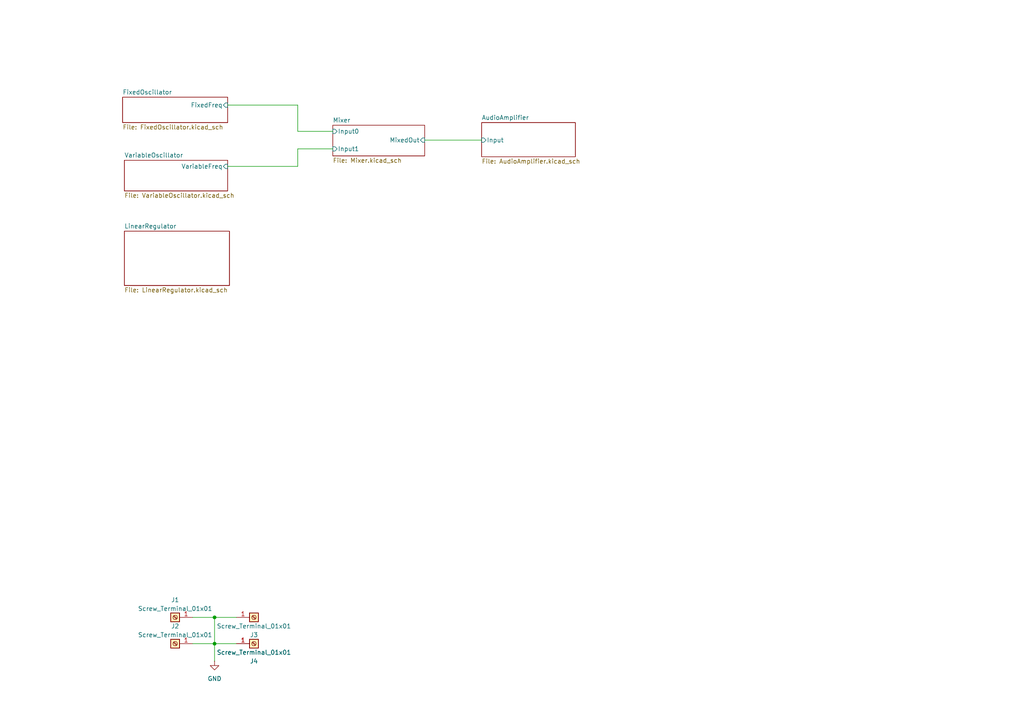
<source format=kicad_sch>
(kicad_sch (version 20250114) (generator "eeschema") (generator_version "9.0")
  (paper "A4")
  (lib_symbols
    (symbol "Connector:Screw_Terminal_01x01" (pin_names (offset 1.016) (hide yes))
      (property "Reference" "J" (at 0 2.54 0))
      (property "Value" "Screw_Terminal_01x01" (at 0 -2.54 0))
      (symbol "Screw_Terminal_01x01_1_1"
        (rectangle (start -1.27 1.27) (end 1.27 -1.27) (stroke (width 0.254)) (fill (type background)))
        (polyline (pts (xy -0.5334 0.3302) (xy 0.3302 -0.508)) (stroke (width 0.1524)))
        (polyline (pts (xy -0.3556 0.508) (xy 0.508 -0.3302)) (stroke (width 0.1524)))
        (circle (center 0 0) (radius 0.635) (stroke (width 0.1524)))
        (pin passive line (at -5.08 0 0) (length 3.81) (name "Pin_1") (number "1"))
      )
    )
    (symbol "power:GND" (power) (pin_numbers (hide yes)) (pin_names (offset 0) (hide yes))
      (property "Value" "GND" (at 0 -3.81 0))
      (symbol "GND_0_1"
        (polyline (pts (xy 0 0) (xy 0 -1.27) (xy 1.27 -1.27) (xy 0 -2.54) (xy -1.27 -1.27) (xy 0 -1.27)))
      )
      (symbol "GND_1_1"
        (pin power_in line (at 0 0 270) (length 0) (name "~") (number "1"))
      )
    )
  )
  (junction (at 62.23 186.69))
  (junction (at 62.23 179.07))
  (wire (pts (xy 62.23 186.69) (xy 62.23 191.77)))
  (wire (pts (xy 62.23 179.07) (xy 62.23 186.69)))
  (wire (pts (xy 62.23 186.69) (xy 68.58 186.69)))
  (wire (pts (xy 55.88 186.69) (xy 62.23 186.69)))
  (wire (pts (xy 123.19 40.64) (xy 139.7 40.64)))
  (wire (pts (xy 96.52 43.18) (xy 86.36 43.18)))
  (wire (pts (xy 66.04 48.26) (xy 86.36 48.26)))
  (wire (pts (xy 86.36 38.1) (xy 96.52 38.1)))
  (wire (pts (xy 55.88 179.07) (xy 62.23 179.07)))
  (wire (pts (xy 86.36 43.18) (xy 86.36 48.26)))
  (wire (pts (xy 62.23 179.07) (xy 68.58 179.07)))
  (wire (pts (xy 86.36 30.48) (xy 86.36 38.1)))
  (wire (pts (xy 66.04 30.48) (xy 86.36 30.48)))
  (symbol (lib_id "Connector:Screw_Terminal_01x01") (at 73.66 186.69 0) (unit 1)
    (property "Reference" "J4" (at 73.66 191.77 0))
    (property "Value" "Screw_Terminal_01x01" (at 73.66 189.23 0))
    (property "Footprint" "MountingHole:MountingHole_3.2mm_M3_DIN965_Pad" (effects (hide yes)))
    (property "Description" "Generic screw terminal, single row, 01x01, script generated (kicad-library-utils/schlib/autogen/connector/)" (effects (hide yes)))
  )
  (symbol (lib_id "Connector:Screw_Terminal_01x01") (at 50.8 179.07 180) (unit 1)
    (property "Reference" "J1" (at 50.8 173.99 0))
    (property "Value" "Screw_Terminal_01x01" (at 50.8 176.53 0))
    (property "Footprint" "MountingHole:MountingHole_3.2mm_M3_DIN965_Pad" (effects (hide yes)))
    (property "Description" "Generic screw terminal, single row, 01x01, script generated (kicad-library-utils/schlib/autogen/connector/)" (effects (hide yes)))
  )
  (symbol (lib_id "Connector:Screw_Terminal_01x01") (at 50.8 186.69 180) (unit 1)
    (property "Reference" "J2" (at 50.8 181.61 0))
    (property "Value" "Screw_Terminal_01x01" (at 50.8 184.15 0))
    (property "Footprint" "MountingHole:MountingHole_3.2mm_M3_DIN965_Pad" (effects (hide yes)))
    (property "Description" "Generic screw terminal, single row, 01x01, script generated (kicad-library-utils/schlib/autogen/connector/)" (effects (hide yes)))
  )
  (symbol (lib_id "Connector:Screw_Terminal_01x01") (at 73.66 179.07 0) (unit 1)
    (property "Reference" "J3" (at 73.66 184.15 0))
    (property "Value" "Screw_Terminal_01x01" (at 73.66 181.61 0))
    (property "Footprint" "MountingHole:MountingHole_3.2mm_M3_DIN965_Pad" (effects (hide yes)))
    (property "Description" "Generic screw terminal, single row, 01x01, script generated (kicad-library-utils/schlib/autogen/connector/)" (effects (hide yes)))
  )
  (symbol (lib_id "power:GND") (at 62.23 191.77 0) (unit 1)
    (property "Reference" "#PWR01" (effects (hide yes)))
    (property "Value" "GND" (at 62.23 196.85 0))
    (property "Description" "Power symbol creates a global label with name \"GND\" , ground" (effects (hide yes)))
  )
  (sheet (at 35.56 28.194) (size 30.48 7.366) (stroke (width 0.1524))
    (property "Sheetname" "FixedOscillator" (at 35.56 27.4824 0) (effects (justify left bottom)))
    (property "Sheetfile" "FixedOscillator.kicad_sch" (at 35.56 36.1446 0) (effects (justify left top)))
    (pin "FixedFreq" input (at 66.04 30.48 0))
  )
  (sheet (at 96.52 36.322) (size 26.67 8.89) (stroke (width 0.1524))
    (property "Sheetname" "Mixer" (at 96.52 35.6104 0) (effects (justify left bottom)))
    (property "Sheetfile" "Mixer.kicad_sch" (at 96.52 45.7966 0) (effects (justify left top)))
    (pin "Input0" input (at 96.52 38.1 180))
    (pin "Input1" input (at 96.52 43.18 180))
    (pin "MixedOut" input (at 123.19 40.64 0))
  )
  (sheet (at 139.7 35.56) (size 27.178 9.906) (stroke (width 0.1524))
    (property "Sheetname" "AudioAmplifier" (at 139.7 34.8484 0) (effects (justify left bottom)))
    (property "Sheetfile" "AudioAmplifier.kicad_sch" (at 139.7 46.0506 0) (effects (justify left top)))
    (pin "Input" input (at 139.7 40.64 180))
  )
  (sheet (at 36.068 46.482) (size 29.972 8.89) (stroke (width 0.1524))
    (property "Sheetname" "VariableOscillator" (at 36.068 45.7704 0) (effects (justify left bottom)))
    (property "Sheetfile" "VariableOscillator.kicad_sch" (at 36.068 55.9566 0) (effects (justify left top)))
    (pin "VariableFreq" input (at 66.04 48.26 0))
  )
  (sheet (at 36.068 67.056) (size 30.48 15.748) (stroke (width 0.1524))
    (property "Sheetname" "LinearRegulator" (at 36.068 66.3444 0) (effects (justify left bottom)))
    (property "Sheetfile" "LinearRegulator.kicad_sch" (at 36.068 83.3886 0) (effects (justify left top)))
  )
)
</source>
